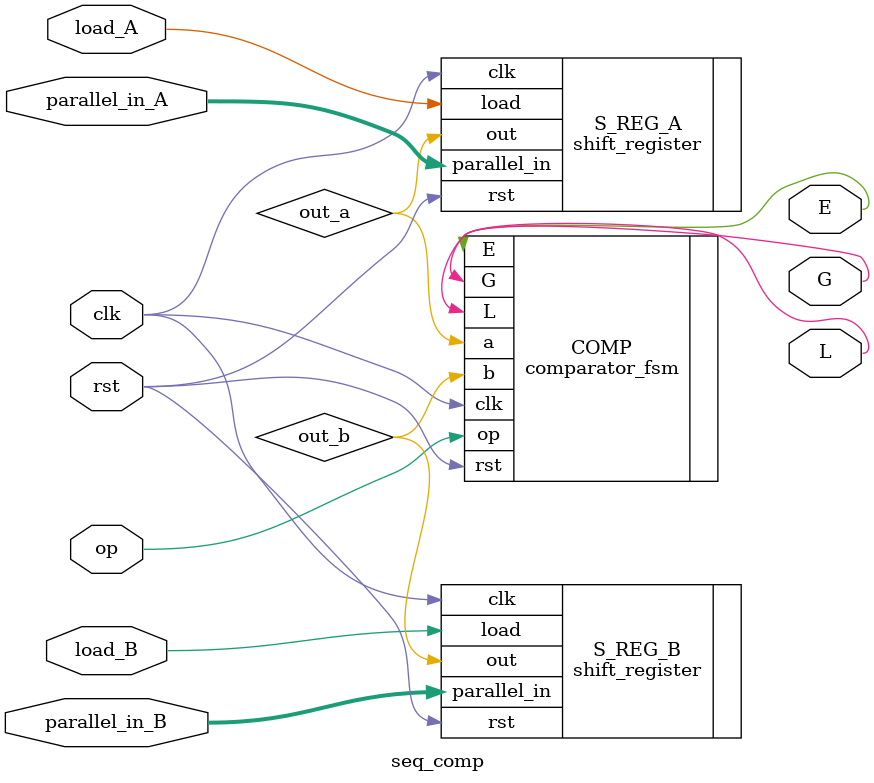
<source format=v>
`timescale 1ns / 1ps

/*
   Assignment No. - 5
   Problem No. - 4
   Semester - 5 (Autumn 2021-22)
   Group No. - 30
   Group Members - Vanshita Garg (19CS10064) & Ashutosh Kumar Singh (19CS30008)
*/

// Top level module for the sequential unsigned comparator
module seq_comp #(parameter N = 32) (clk, rst, op, load_A, load_B, parallel_in_A, parallel_in_B, L, E, G);
    /*
      Input and output ports :
      clk - the clock signal
      rst - the reset signal
      op - an input signal that becomes 1 after all 32 bits have been read
      load_A - set to 1 if we need to supply a parallel load to A
      load_B - set to 1 if we need to supply a parallel load to B
      parallel_in_A - parallel load to A
      parallel_in_B - parallel load to B
      L - output bit that is 1 when A < B
      E - output bit that is 1 when A = B
      G - output bit that is 1 when A > B
    */
    input clk, rst, op, load_A, load_B;
    input [N-1:0] parallel_in_A, parallel_in_B;
    output wire L, E, G;
    
    wire out_a, out_b;
    
    // Instantiate the 2 shift registers
    shift_register S_REG_A (.clk(clk), .rst(rst), .load(load_A), .parallel_in(parallel_in_A), .out(out_a));
    shift_register S_REG_B (.clk(clk), .rst(rst), .load(load_B), .parallel_in(parallel_in_B), .out(out_b));
    
    // Instantiate the comparator FSM module
    comparator_fsm COMP (.clk(clk), .op(op), .rst(rst), .a(out_a), .b(out_b), .L(L), .E(E), .G(G));
endmodule

</source>
